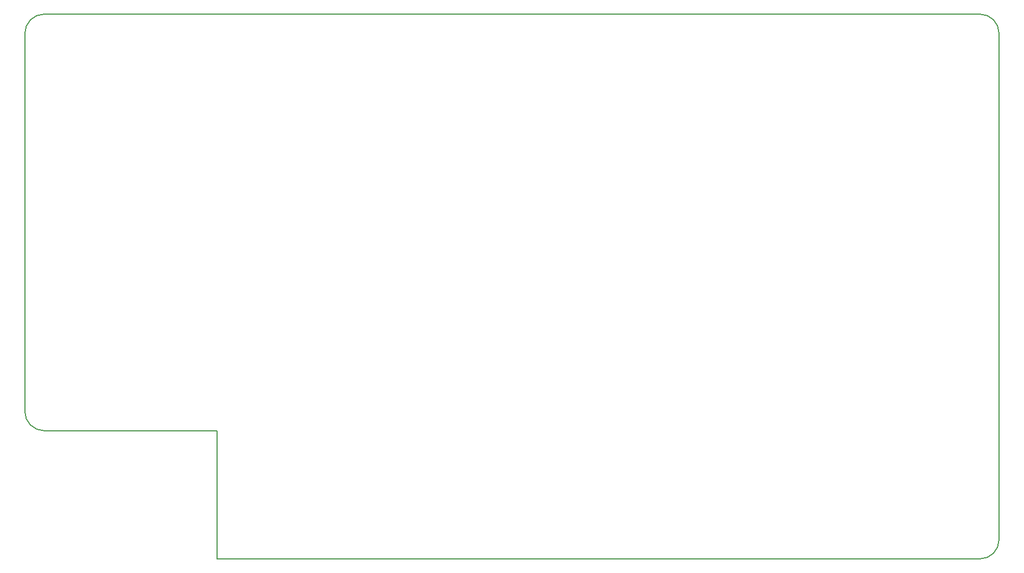
<source format=gm1>
G04 #@! TF.FileFunction,Profile,NP*
%FSLAX46Y46*%
G04 Gerber Fmt 4.6, Leading zero omitted, Abs format (unit mm)*
G04 Created by KiCad (PCBNEW 4.0.2-stable) date Sunday, August 14, 2016 'AMt' 01:06:14 AM*
%MOMM*%
G01*
G04 APERTURE LIST*
%ADD10C,0.100000*%
%ADD11C,0.150000*%
G04 APERTURE END LIST*
D10*
D11*
X149000000Y0D02*
G75*
G03X152000000Y3000000I0J3000000D01*
G01*
X0Y23000000D02*
G75*
G03X3000000Y20000000I3000000J0D01*
G01*
X152000000Y82000000D02*
G75*
G03X149000000Y85000000I-3000000J0D01*
G01*
X3000000Y85000000D02*
G75*
G03X0Y82000000I0J-3000000D01*
G01*
X30000000Y0D02*
X149000000Y0D01*
X30000000Y20000000D02*
X30000000Y0D01*
X3000000Y20000000D02*
X30000000Y20000000D01*
X149000000Y85000000D02*
X3000000Y85000000D01*
X152000000Y3000000D02*
X152000000Y82000000D01*
X0Y82000000D02*
X0Y23000000D01*
M02*

</source>
